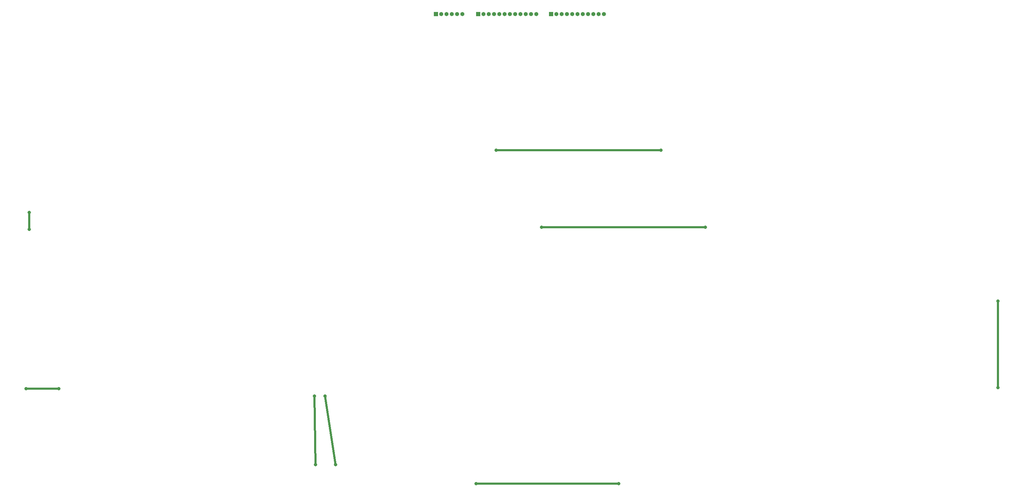
<source format=gbr>
%TF.GenerationSoftware,KiCad,Pcbnew,(6.0.11)*%
%TF.CreationDate,2023-11-05T18:47:01-08:00*%
%TF.ProjectId,keyboard,6b657962-6f61-4726-942e-6b696361645f,rev?*%
%TF.SameCoordinates,Original*%
%TF.FileFunction,Copper,L2,Bot*%
%TF.FilePolarity,Positive*%
%FSLAX46Y46*%
G04 Gerber Fmt 4.6, Leading zero omitted, Abs format (unit mm)*
G04 Created by KiCad (PCBNEW (6.0.11)) date 2023-11-05 18:47:01*
%MOMM*%
%LPD*%
G01*
G04 APERTURE LIST*
%TA.AperFunction,NonConductor*%
%ADD10C,0.500000*%
%TD*%
%TA.AperFunction,ComponentPad*%
%ADD11R,1.000000X1.000000*%
%TD*%
%TA.AperFunction,ComponentPad*%
%ADD12O,1.000000X1.000000*%
%TD*%
%TA.AperFunction,ViaPad*%
%ADD13C,0.800000*%
%TD*%
G04 APERTURE END LIST*
D10*
X198120000Y-118618000D02*
X158750000Y-118618000D01*
X35560000Y-115062000D02*
X35560000Y-119126000D01*
X106680000Y-159258000D02*
X109220000Y-175768000D01*
X104140000Y-159258000D02*
X104394000Y-175768000D01*
X34798000Y-157480000D02*
X42672000Y-157480000D01*
X147828000Y-100076000D02*
X187452000Y-100076000D01*
X177292000Y-180340000D02*
X143002000Y-180340000D01*
X268478000Y-136398000D02*
X268478000Y-157226000D01*
D11*
%TO.P,REF\u002A\u002A,1*%
%TO.N,N/C*%
X133350000Y-67310000D03*
D12*
%TO.P,REF\u002A\u002A,2*%
X134620000Y-67310000D03*
%TO.P,REF\u002A\u002A,3*%
X135890000Y-67310000D03*
%TO.P,REF\u002A\u002A,4*%
X137160000Y-67310000D03*
%TO.P,REF\u002A\u002A,5*%
X138430000Y-67310000D03*
%TO.P,REF\u002A\u002A,6*%
X139700000Y-67310000D03*
%TD*%
D11*
%TO.P,REF\u002A\u002A,1*%
%TO.N,N/C*%
X143510000Y-67310000D03*
D12*
%TO.P,REF\u002A\u002A,2*%
X144780000Y-67310000D03*
%TO.P,REF\u002A\u002A,3*%
X146050000Y-67310000D03*
%TO.P,REF\u002A\u002A,4*%
X147320000Y-67310000D03*
%TO.P,REF\u002A\u002A,5*%
X148590000Y-67310000D03*
%TO.P,REF\u002A\u002A,6*%
X149860000Y-67310000D03*
%TO.P,REF\u002A\u002A,7*%
X151130000Y-67310000D03*
%TO.P,REF\u002A\u002A,8*%
X152400000Y-67310000D03*
%TO.P,REF\u002A\u002A,9*%
X153670000Y-67310000D03*
%TO.P,REF\u002A\u002A,10*%
X154940000Y-67310000D03*
%TO.P,REF\u002A\u002A,11*%
X156210000Y-67310000D03*
%TO.P,REF\u002A\u002A,12*%
X157480000Y-67310000D03*
%TD*%
D11*
%TO.P,REF\u002A\u002A,1*%
%TO.N,N/C*%
X161036000Y-67310000D03*
D12*
%TO.P,REF\u002A\u002A,2*%
X162306000Y-67310000D03*
%TO.P,REF\u002A\u002A,3*%
X163576000Y-67310000D03*
%TO.P,REF\u002A\u002A,4*%
X164846000Y-67310000D03*
%TO.P,REF\u002A\u002A,5*%
X166116000Y-67310000D03*
%TO.P,REF\u002A\u002A,6*%
X167386000Y-67310000D03*
%TO.P,REF\u002A\u002A,7*%
X168656000Y-67310000D03*
%TO.P,REF\u002A\u002A,8*%
X169926000Y-67310000D03*
%TO.P,REF\u002A\u002A,9*%
X171196000Y-67310000D03*
%TO.P,REF\u002A\u002A,10*%
X172466000Y-67310000D03*
%TO.P,REF\u002A\u002A,11*%
X173736000Y-67310000D03*
%TD*%
D13*
%TO.N,*%
X34798000Y-157480000D03*
X268478000Y-157226000D03*
X104394000Y-175768000D03*
X268478000Y-136398000D03*
X147828000Y-100076000D03*
X104140000Y-159258000D03*
X143002000Y-180340000D03*
X187452000Y-100076000D03*
X42672000Y-157480000D03*
X158750000Y-118618000D03*
X198120000Y-118618000D03*
X106680000Y-159258000D03*
X35560000Y-119126000D03*
X35560000Y-115062000D03*
X109220000Y-175768000D03*
X177292000Y-180340000D03*
%TD*%
M02*

</source>
